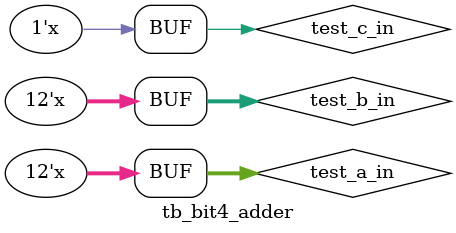
<source format=v>
`timescale 1ns / 1ps


module tb_bit4_adder(

    );
    //parameter nbit = 11;
    reg [11:0] test_a_in, test_b_in;
    reg test_c_in;
    wire [11:0] test_sum_out;
    wire test_c_out;
    
    
    initial
    begin
    test_a_in = 11'd0;
    test_b_in = 11'd0;
    test_c_in = 1'd0;
    end
    
    nbit_adder tb1 (
    .a_in(test_a_in),
    .b_in(test_b_in),
    .c_in(test_c_in),
    .sum_out(test_sum_out),
    .c_out(test_c_out)
    );
    
    always #5 test_a_in = test_a_in + 11'd1;
    always #80 test_b_in = test_b_in + 11'd1;
    always #500 test_c_in = ~test_c_in;
    
endmodule

</source>
